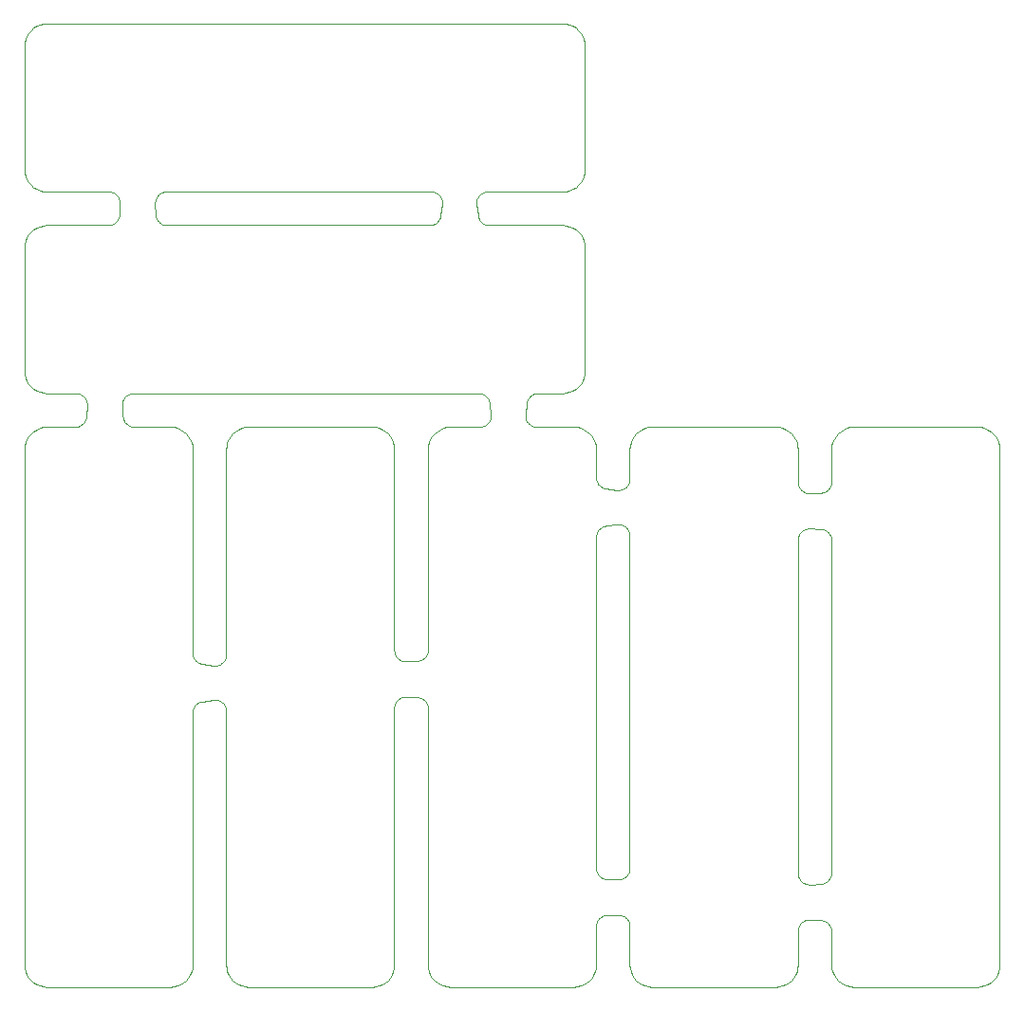
<source format=gko>
%MOIN*%
%OFA0B0*%
%FSLAX36Y36*%
%IPPOS*%
%LPD*%
%ADD10C,0*%
D10*
X002716535Y000399530D02*
X002716535Y000399530D01*
X002716535Y001571445D01*
X002716662Y001574601D01*
X002717041Y001577737D01*
X002717670Y001580832D01*
X002718546Y001583867D01*
X002719662Y001586821D01*
X002721011Y001589677D01*
X002722585Y001592416D01*
X002724373Y001595019D01*
X002726365Y001597471D01*
X002728546Y001599755D01*
X002730903Y001601858D01*
X002733422Y001603764D01*
X002736085Y001605462D01*
X002738876Y001606941D01*
X002741776Y001608192D01*
X002744767Y001609207D01*
X002747830Y001609978D01*
X002750945Y001610501D01*
X002754092Y001610773D01*
X002757250Y001610792D01*
X002796620Y001609446D01*
X002799637Y001609226D01*
X002802627Y001608776D01*
X002805574Y001608098D01*
X002808460Y001607195D01*
X002811269Y001606074D01*
X002813983Y001604740D01*
X002816587Y001603202D01*
X002819065Y001601469D01*
X002821402Y001599550D01*
X002823586Y001597458D01*
X002825602Y001595204D01*
X002827440Y001592802D01*
X002829087Y001590266D01*
X002830536Y001587612D01*
X002831776Y001584854D01*
X002832801Y001582009D01*
X002833604Y001579093D01*
X002834181Y001576125D01*
X002834529Y001573121D01*
X002834645Y001570099D01*
X002834645Y000402072D01*
X002834534Y000399109D01*
X002834199Y000396164D01*
X002833644Y000393252D01*
X002832872Y000390390D01*
X002831886Y000387594D01*
X002830693Y000384880D01*
X002829299Y000382264D01*
X002827712Y000379760D01*
X002825941Y000377382D01*
X002823997Y000375145D01*
X002821889Y000373060D01*
X002819631Y000371140D01*
X002817234Y000369395D01*
X002814713Y000367835D01*
X002812082Y000366469D01*
X002809355Y000365306D01*
X002806549Y000364350D01*
X002803679Y000363609D01*
X002800761Y000363086D01*
X002797812Y000362784D01*
X002758441Y000360242D01*
X002755224Y000360166D01*
X002752012Y000360353D01*
X002748825Y000360802D01*
X002745685Y000361510D01*
X002742614Y000362471D01*
X002739632Y000363680D01*
X002736759Y000365129D01*
X002734013Y000366808D01*
X002731414Y000368705D01*
X002728978Y000370808D01*
X002726722Y000373104D01*
X002724661Y000375575D01*
X002722809Y000378207D01*
X002721178Y000380981D01*
X002719779Y000383880D01*
X002718622Y000386882D01*
X002717713Y000389970D01*
X002717060Y000393121D01*
X002716666Y000396315D01*
X002716535Y000399530D01*
X000590551Y001889763D02*
X000590551Y001889763D01*
X000589580Y001902081D01*
X000586697Y001914095D01*
X000581968Y001925511D01*
X000575513Y001936046D01*
X000567488Y001945441D01*
X000558093Y001953466D01*
X000547558Y001959922D01*
X000536143Y001964650D01*
X000524128Y001967534D01*
X000511811Y001968503D01*
X000385029Y001968503D01*
X000382075Y001968614D01*
X000379138Y001968947D01*
X000376235Y001969498D01*
X000373381Y001970266D01*
X000370592Y001971246D01*
X000367885Y001972432D01*
X000365274Y001973818D01*
X000362775Y001975396D01*
X000360401Y001977157D01*
X000358167Y001979091D01*
X000356083Y001981187D01*
X000354163Y001983434D01*
X000352416Y001985819D01*
X000350853Y001988327D01*
X000349483Y001990946D01*
X000348314Y001993661D01*
X000347351Y001996455D01*
X000346600Y001999314D01*
X000346067Y002002221D01*
X000345752Y002005160D01*
X000343032Y002044530D01*
X000342942Y002047755D01*
X000343116Y002050978D01*
X000343553Y002054175D01*
X000344251Y002057326D01*
X000345205Y002060409D01*
X000346408Y002063403D01*
X000347852Y002066289D01*
X000349527Y002069047D01*
X000351423Y002071658D01*
X000353526Y002074106D01*
X000355823Y002076373D01*
X000358297Y002078444D01*
X000360933Y002080306D01*
X000363713Y002081945D01*
X000366617Y002083352D01*
X000369627Y002084515D01*
X000372722Y002085429D01*
X000375881Y002086086D01*
X000379084Y002086481D01*
X000382308Y002086614D01*
X001594356Y002086614D01*
X001597227Y002086509D01*
X001600083Y002086195D01*
X001602908Y002085673D01*
X001605688Y002084947D01*
X001608408Y002084021D01*
X001611053Y002082898D01*
X001613608Y002081585D01*
X001616061Y002080090D01*
X001618399Y002078419D01*
X001620609Y002076583D01*
X001622678Y002074590D01*
X001624597Y002072452D01*
X001626355Y002070179D01*
X001627943Y002067785D01*
X001629351Y002065280D01*
X001630574Y002062680D01*
X001631603Y002059998D01*
X001632434Y002057247D01*
X001633062Y002054444D01*
X001633484Y002051602D01*
X001637869Y002012232D01*
X001638097Y002008930D01*
X001638047Y002005621D01*
X001637719Y002002328D01*
X001637115Y001999074D01*
X001636241Y001995882D01*
X001635101Y001992775D01*
X001633704Y001989774D01*
X001632061Y001986902D01*
X001630182Y001984178D01*
X001628081Y001981621D01*
X001625772Y001979249D01*
X001623272Y001977080D01*
X001620599Y001975129D01*
X001617772Y001973409D01*
X001614810Y001971932D01*
X001611735Y001970709D01*
X001608568Y001969749D01*
X001605331Y001969059D01*
X001602048Y001968643D01*
X001598741Y001968503D01*
X001496062Y001968503D01*
X001483744Y001967534D01*
X001471730Y001964650D01*
X001460314Y001959922D01*
X001449780Y001953466D01*
X001440385Y001945441D01*
X001432360Y001936046D01*
X001425905Y001925511D01*
X001421176Y001914095D01*
X001418291Y001902081D01*
X001417322Y001889763D01*
X001417322Y001185285D01*
X001417208Y001182283D01*
X001416865Y001179299D01*
X001416295Y001176349D01*
X001415502Y001173451D01*
X001414490Y001170623D01*
X001413266Y001167879D01*
X001411836Y001165237D01*
X001410208Y001162712D01*
X001408393Y001160318D01*
X001406401Y001158070D01*
X001404243Y001155980D01*
X001401931Y001154060D01*
X001399481Y001152323D01*
X001396904Y001150777D01*
X001394218Y001149432D01*
X001391437Y001148296D01*
X001388577Y001147376D01*
X001385655Y001146676D01*
X001382689Y001146201D01*
X001379695Y001145954D01*
X001340325Y001144209D01*
X001337147Y001144197D01*
X001333978Y001144441D01*
X001330838Y001144940D01*
X001327750Y001145690D01*
X001324732Y001146687D01*
X001321804Y001147925D01*
X001318986Y001149394D01*
X001316295Y001151086D01*
X001313750Y001152990D01*
X001311366Y001155092D01*
X001309160Y001157380D01*
X001307146Y001159839D01*
X001305337Y001162452D01*
X001303744Y001165203D01*
X001302378Y001168073D01*
X001301248Y001171044D01*
X001300362Y001174096D01*
X001299724Y001177210D01*
X001299340Y001180365D01*
X001299212Y001183541D01*
X001299212Y001889763D01*
X001298242Y001902081D01*
X001295358Y001914095D01*
X001290629Y001925511D01*
X001284174Y001936046D01*
X001276149Y001945441D01*
X001266754Y001953466D01*
X001256219Y001959922D01*
X001244804Y001964650D01*
X001232790Y001967534D01*
X001220472Y001968503D01*
X000787401Y001968503D01*
X000775083Y001967534D01*
X000763069Y001964650D01*
X000751653Y001959922D01*
X000741118Y001953466D01*
X000731723Y001945441D01*
X000723699Y001936046D01*
X000717243Y001925511D01*
X000712515Y001914095D01*
X000709630Y001902081D01*
X000708661Y001889763D01*
X000708661Y001168805D01*
X000708518Y001165455D01*
X000708091Y001162129D01*
X000707382Y001158851D01*
X000706396Y001155645D01*
X000705142Y001152535D01*
X000703627Y001149543D01*
X000701863Y001146691D01*
X000699863Y001143999D01*
X000697641Y001141487D01*
X000695213Y001139174D01*
X000692597Y001137075D01*
X000689812Y001135207D01*
X000686879Y001133582D01*
X000683817Y001132213D01*
X000680650Y001131110D01*
X000677401Y001130280D01*
X000674093Y001129729D01*
X000670750Y001129462D01*
X000667397Y001129481D01*
X000664057Y001129785D01*
X000624687Y001135066D01*
X000621898Y001135542D01*
X000619151Y001136218D01*
X000616459Y001137089D01*
X000613837Y001138151D01*
X000611298Y001139399D01*
X000608855Y001140826D01*
X000606521Y001142425D01*
X000604308Y001144187D01*
X000602227Y001146103D01*
X000600289Y001148164D01*
X000598504Y001150359D01*
X000596881Y001152676D01*
X000595429Y001155104D01*
X000594155Y001157630D01*
X000593066Y001160241D01*
X000592166Y001162923D01*
X000591462Y001165663D01*
X000590957Y001168447D01*
X000590652Y001171259D01*
X000590551Y001174086D01*
X000590551Y001889763D01*
X002007874Y000213223D02*
X002007874Y000213223D01*
X002007994Y000216296D01*
X002008353Y000219349D01*
X002008950Y000222366D01*
X002009780Y000225326D01*
X002010839Y000228213D01*
X002012120Y000231009D01*
X002013615Y000233695D01*
X002015315Y000236257D01*
X002017210Y000238679D01*
X002019288Y000240945D01*
X002021537Y000243042D01*
X002023943Y000244957D01*
X002026490Y000246679D01*
X002029165Y000248197D01*
X002031949Y000249501D01*
X002034827Y000250584D01*
X002037781Y000251439D01*
X002040792Y000252061D01*
X002043843Y000252446D01*
X002046914Y000252592D01*
X002086284Y000252921D01*
X002089390Y000252825D01*
X002092479Y000252483D01*
X002095532Y000251899D01*
X002098529Y000251077D01*
X002101451Y000250020D01*
X002104281Y000248736D01*
X002107001Y000247233D01*
X002109595Y000245520D01*
X002112044Y000243607D01*
X002114336Y000241508D01*
X002116454Y000239234D01*
X002118387Y000236800D01*
X002120122Y000234222D01*
X002121648Y000231514D01*
X002122955Y000228695D01*
X002124036Y000225781D01*
X002124884Y000222792D01*
X002125494Y000219744D01*
X002125861Y000216658D01*
X002125984Y000213553D01*
X002125984Y000078740D01*
X002126953Y000066422D01*
X002129837Y000054408D01*
X002134566Y000042992D01*
X002141021Y000032457D01*
X002149046Y000023062D01*
X002158441Y000015038D01*
X002168976Y000008582D01*
X002180392Y000003854D01*
X002192406Y000000969D01*
X002204724Y000000000D01*
X002637795Y000000000D01*
X002650112Y000000969D01*
X002662127Y000003854D01*
X002673542Y000008582D01*
X002684077Y000015038D01*
X002693472Y000023062D01*
X002701497Y000032457D01*
X002707952Y000042992D01*
X002712681Y000054408D01*
X002715565Y000066422D01*
X002716535Y000078740D01*
X002716535Y000197562D01*
X002716666Y000200777D01*
X002717060Y000203971D01*
X002717713Y000207123D01*
X002718622Y000210210D01*
X002719779Y000213213D01*
X002721178Y000216111D01*
X002722809Y000218885D01*
X002724661Y000221517D01*
X002726722Y000223988D01*
X002728978Y000226284D01*
X002731414Y000228387D01*
X002734013Y000230284D01*
X002736759Y000231963D01*
X002739632Y000233412D01*
X002742614Y000234621D01*
X002745685Y000235583D01*
X002748825Y000236290D01*
X002752012Y000236739D01*
X002755224Y000236926D01*
X002758441Y000236850D01*
X002797812Y000234309D01*
X002800761Y000234006D01*
X002803679Y000233483D01*
X002806549Y000232742D01*
X002809355Y000231786D01*
X002812082Y000230623D01*
X002814713Y000229257D01*
X002817234Y000227698D01*
X002819631Y000225953D01*
X002821889Y000224032D01*
X002823997Y000221947D01*
X002825941Y000219710D01*
X002827712Y000217332D01*
X002829299Y000214828D01*
X002830693Y000212212D01*
X002831886Y000209498D01*
X002832872Y000206703D01*
X002833644Y000203840D01*
X002834199Y000200928D01*
X002834534Y000197983D01*
X002834645Y000195020D01*
X002834645Y000078740D01*
X002835614Y000066422D01*
X002838499Y000054408D01*
X002843227Y000042992D01*
X002849683Y000032457D01*
X002857708Y000023062D01*
X002867103Y000015038D01*
X002877637Y000008582D01*
X002889053Y000003854D01*
X002901067Y000000969D01*
X002913385Y000000000D01*
X003346456Y000000000D01*
X003358774Y000000969D01*
X003370789Y000003854D01*
X003382203Y000008582D01*
X003392738Y000015038D01*
X003402133Y000023062D01*
X003410159Y000032457D01*
X003416614Y000042992D01*
X003421343Y000054408D01*
X003424226Y000066422D01*
X003425196Y000078740D01*
X003425196Y001889763D01*
X003424226Y001902081D01*
X003421343Y001914095D01*
X003416614Y001925511D01*
X003410159Y001936046D01*
X003402133Y001945441D01*
X003392738Y001953466D01*
X003382203Y001959922D01*
X003370789Y001964650D01*
X003358774Y001967534D01*
X003346456Y001968503D01*
X002913385Y001968503D01*
X002901067Y001967534D01*
X002889053Y001964650D01*
X002877637Y001959922D01*
X002867103Y001953466D01*
X002857708Y001945441D01*
X002849683Y001936046D01*
X002843227Y001925511D01*
X002838499Y001914095D01*
X002835614Y001902081D01*
X002834645Y001889763D01*
X002834645Y001776000D01*
X002834529Y001772978D01*
X002834181Y001769974D01*
X002833604Y001767006D01*
X002832801Y001764090D01*
X002831776Y001761245D01*
X002830536Y001758487D01*
X002829087Y001755832D01*
X002827440Y001753297D01*
X002825602Y001750895D01*
X002823586Y001748641D01*
X002821402Y001746549D01*
X002819065Y001744630D01*
X002816587Y001742897D01*
X002813983Y001741359D01*
X002811269Y001740025D01*
X002808460Y001738904D01*
X002805574Y001738001D01*
X002802627Y001737323D01*
X002799637Y001736872D01*
X002796620Y001736653D01*
X002757250Y001735307D01*
X002754092Y001735326D01*
X002750945Y001735598D01*
X002747830Y001736121D01*
X002744767Y001736892D01*
X002741776Y001737906D01*
X002738876Y001739157D01*
X002736085Y001740637D01*
X002733422Y001742335D01*
X002730903Y001744241D01*
X002728546Y001746343D01*
X002726365Y001748628D01*
X002724373Y001751079D01*
X002722585Y001753683D01*
X002721011Y001756422D01*
X002719662Y001759277D01*
X002718546Y001762232D01*
X002717670Y001765267D01*
X002717041Y001768362D01*
X002716662Y001771498D01*
X002716535Y001774654D01*
X002716535Y001889763D01*
X002715565Y001902081D01*
X002712681Y001914095D01*
X002707952Y001925511D01*
X002701497Y001936046D01*
X002693472Y001945441D01*
X002684077Y001953466D01*
X002673542Y001959922D01*
X002662127Y001964650D01*
X002650112Y001967534D01*
X002637795Y001968503D01*
X002204724Y001968503D01*
X002192406Y001967534D01*
X002180392Y001964650D01*
X002168976Y001959922D01*
X002158441Y001953466D01*
X002149046Y001945441D01*
X002141021Y001936046D01*
X002134566Y001925511D01*
X002129837Y001914095D01*
X002126953Y001902081D01*
X002125984Y001889763D01*
X002125984Y001785625D01*
X002125843Y001782294D01*
X002125420Y001778987D01*
X002124719Y001775727D01*
X002123745Y001772539D01*
X002122505Y001769444D01*
X002121007Y001766465D01*
X002119263Y001763624D01*
X002117285Y001760941D01*
X002115086Y001758434D01*
X002112684Y001756123D01*
X002110094Y001754023D01*
X002107336Y001752150D01*
X002104430Y001750516D01*
X002101396Y001749135D01*
X002098255Y001748015D01*
X002095032Y001747165D01*
X002091747Y001746591D01*
X002088426Y001746296D01*
X002085093Y001746284D01*
X002081770Y001746554D01*
X002042399Y001751435D01*
X002039587Y001751888D01*
X002036815Y001752542D01*
X002034097Y001753396D01*
X002031448Y001754444D01*
X002028881Y001755680D01*
X002026411Y001757099D01*
X002024050Y001758693D01*
X002021811Y001760453D01*
X002019704Y001762371D01*
X002017742Y001764436D01*
X002015934Y001766637D01*
X002014290Y001768964D01*
X002012819Y001771403D01*
X002011527Y001773942D01*
X002010423Y001776568D01*
X002009512Y001779267D01*
X002008798Y001782025D01*
X002008285Y001784827D01*
X002007977Y001787659D01*
X002007874Y001790506D01*
X002007874Y001889763D01*
X002006903Y001902081D01*
X002004020Y001914095D01*
X001999291Y001925511D01*
X001992836Y001936046D01*
X001984811Y001945441D01*
X001975416Y001953466D01*
X001964880Y001959922D01*
X001953466Y001964650D01*
X001941451Y001967534D01*
X001929133Y001968503D01*
X001798741Y001968503D01*
X001795434Y001968643D01*
X001792151Y001969059D01*
X001788915Y001969749D01*
X001785747Y001970709D01*
X001782672Y001971932D01*
X001779710Y001973409D01*
X001776883Y001975129D01*
X001774210Y001977080D01*
X001771710Y001979249D01*
X001769402Y001981621D01*
X001767300Y001984178D01*
X001765421Y001986902D01*
X001763778Y001989774D01*
X001762381Y001992775D01*
X001761242Y001995882D01*
X001760367Y001999074D01*
X001759763Y002002328D01*
X001759435Y002005621D01*
X001759385Y002008930D01*
X001759613Y002012232D01*
X001763998Y002051602D01*
X001764420Y002054444D01*
X001765048Y002057247D01*
X001765879Y002059998D01*
X001766909Y002062680D01*
X001768131Y002065280D01*
X001769539Y002067785D01*
X001771127Y002070179D01*
X001772885Y002072452D01*
X001774804Y002074590D01*
X001776874Y002076583D01*
X001779083Y002078419D01*
X001781421Y002080090D01*
X001783874Y002081585D01*
X001786430Y002082898D01*
X001789074Y002084021D01*
X001791794Y002084947D01*
X001794574Y002085673D01*
X001797399Y002086195D01*
X001800255Y002086509D01*
X001803126Y002086614D01*
X001889763Y002086614D01*
X001902081Y002087583D01*
X001914095Y002090467D01*
X001925511Y002095196D01*
X001936045Y002101651D01*
X001945441Y002109676D01*
X001953465Y002119071D01*
X001959921Y002129606D01*
X001964649Y002141021D01*
X001967534Y002153036D01*
X001968503Y002165354D01*
X001968503Y002598425D01*
X001967534Y002610742D01*
X001964649Y002622757D01*
X001959921Y002634172D01*
X001953465Y002644707D01*
X001945441Y002654102D01*
X001936045Y002662127D01*
X001925511Y002668582D01*
X001914095Y002673311D01*
X001902081Y002676195D01*
X001889763Y002677165D01*
X001632217Y002677165D01*
X001629386Y002677267D01*
X001626569Y002677572D01*
X001623782Y002678079D01*
X001621038Y002678785D01*
X001618352Y002679687D01*
X001615738Y002680779D01*
X001613210Y002682057D01*
X001610780Y002683513D01*
X001608460Y002685140D01*
X001606264Y002686930D01*
X001604202Y002688873D01*
X001602286Y002690959D01*
X001600524Y002693178D01*
X001598926Y002695518D01*
X001597501Y002697966D01*
X001596256Y002700511D01*
X001595196Y002703139D01*
X001594329Y002705836D01*
X001593657Y002708588D01*
X001593186Y002711381D01*
X001587988Y002750752D01*
X001587691Y002754088D01*
X001587679Y002757437D01*
X001587951Y002760776D01*
X001588507Y002764079D01*
X001589341Y002767323D01*
X001590448Y002770484D01*
X001591819Y002773540D01*
X001593446Y002776468D01*
X001595315Y002779248D01*
X001597414Y002781858D01*
X001599727Y002784280D01*
X001602238Y002786498D01*
X001604928Y002788493D01*
X001607778Y002790253D01*
X001610767Y002791764D01*
X001613874Y002793016D01*
X001617076Y002793999D01*
X001620350Y002794706D01*
X001623672Y002795133D01*
X001627019Y002795275D01*
X001889763Y002795275D01*
X001902081Y002796244D01*
X001914095Y002799129D01*
X001925511Y002803857D01*
X001936045Y002810313D01*
X001945441Y002818337D01*
X001953465Y002827732D01*
X001959921Y002838267D01*
X001964649Y002849683D01*
X001967534Y002861697D01*
X001968503Y002874015D01*
X001968503Y003307086D01*
X001967534Y003319404D01*
X001964649Y003331418D01*
X001959921Y003342833D01*
X001953465Y003353368D01*
X001945441Y003362763D01*
X001936045Y003370789D01*
X001925511Y003377244D01*
X001914095Y003381973D01*
X001902081Y003384856D01*
X001889763Y003385826D01*
X000078740Y003385826D01*
X000066422Y003384856D01*
X000054407Y003381973D01*
X000042992Y003377244D01*
X000032457Y003370789D01*
X000023062Y003362763D01*
X000015037Y003353368D01*
X000008581Y003342833D01*
X000003853Y003331418D01*
X000000969Y003319404D01*
X000000000Y003307086D01*
X000000000Y002874015D01*
X000000969Y002861697D01*
X000003853Y002849683D01*
X000008581Y002838267D01*
X000015037Y002827732D01*
X000023062Y002818337D01*
X000032457Y002810313D01*
X000042992Y002803857D01*
X000054407Y002799129D01*
X000066422Y002796244D01*
X000078740Y002795275D01*
X000295476Y002795275D01*
X000298636Y002795148D01*
X000301777Y002794768D01*
X000304876Y002794136D01*
X000307915Y002793258D01*
X000310874Y002792139D01*
X000313733Y002790786D01*
X000316475Y002789207D01*
X000319081Y002787414D01*
X000321534Y002785417D01*
X000323819Y002783230D01*
X000325922Y002780866D01*
X000327827Y002778341D01*
X000329524Y002775671D01*
X000331001Y002772874D01*
X000332249Y002769967D01*
X000333259Y002766969D01*
X000334025Y002763900D01*
X000334543Y002760779D01*
X000334808Y002757627D01*
X000334819Y002754464D01*
X000333377Y002715094D01*
X000333151Y002712083D01*
X000332695Y002709098D01*
X000332011Y002706157D01*
X000331104Y002703277D01*
X000329979Y002700476D01*
X000328643Y002697768D01*
X000327103Y002695171D01*
X000325368Y002692700D01*
X000323450Y002690368D01*
X000321358Y002688191D01*
X000319105Y002686180D01*
X000316705Y002684348D01*
X000314172Y002682706D01*
X000311520Y002681262D01*
X000308766Y002680025D01*
X000305925Y002679004D01*
X000303014Y002678203D01*
X000300050Y002677627D01*
X000297050Y002677281D01*
X000294033Y002677165D01*
X000078740Y002677165D01*
X000066422Y002676195D01*
X000054407Y002673311D01*
X000042992Y002668582D01*
X000032457Y002662127D01*
X000023062Y002654102D01*
X000015037Y002644707D01*
X000008581Y002634172D01*
X000003853Y002622757D01*
X000000969Y002610742D01*
X000000000Y002598425D01*
X000000000Y002165354D01*
X000000969Y002153036D01*
X000003853Y002141021D01*
X000008581Y002129606D01*
X000015037Y002119071D01*
X000023062Y002109676D01*
X000032457Y002101651D01*
X000042992Y002095196D01*
X000054407Y002090467D01*
X000066422Y002087583D01*
X000078740Y002086614D01*
X000180528Y002086614D01*
X000183752Y002086481D01*
X000186955Y002086086D01*
X000190115Y002085429D01*
X000193210Y002084515D01*
X000196219Y002083352D01*
X000199124Y002081945D01*
X000201903Y002080306D01*
X000204539Y002078444D01*
X000207014Y002076373D01*
X000209311Y002074106D01*
X000211414Y002071658D01*
X000213310Y002069047D01*
X000214985Y002066289D01*
X000216429Y002063403D01*
X000217632Y002060409D01*
X000218585Y002057326D01*
X000219283Y002054175D01*
X000219721Y002050978D01*
X000219895Y002047755D01*
X000219805Y002044530D01*
X000217084Y002005160D01*
X000216770Y002002221D01*
X000216236Y001999314D01*
X000215486Y001996455D01*
X000214523Y001993661D01*
X000213353Y001990946D01*
X000211983Y001988327D01*
X000210420Y001985819D01*
X000208674Y001983434D01*
X000206754Y001981187D01*
X000204670Y001979091D01*
X000202435Y001977157D01*
X000200061Y001975396D01*
X000197562Y001973818D01*
X000194952Y001972432D01*
X000192245Y001971246D01*
X000189456Y001970266D01*
X000186602Y001969498D01*
X000183698Y001968947D01*
X000180761Y001968614D01*
X000177808Y001968503D01*
X000078740Y001968503D01*
X000066421Y001967534D01*
X000054407Y001964650D01*
X000042991Y001959922D01*
X000032457Y001953466D01*
X000023062Y001945441D01*
X000015037Y001936046D01*
X000008582Y001925511D01*
X000003853Y001914095D01*
X000000968Y001902081D01*
X000000000Y001889763D01*
X000000000Y000078740D01*
X000000968Y000066422D01*
X000003853Y000054408D01*
X000008582Y000042992D01*
X000015037Y000032457D01*
X000023062Y000023062D01*
X000032457Y000015038D01*
X000042991Y000008582D01*
X000054407Y000003854D01*
X000066421Y000000969D01*
X000078740Y000000000D01*
X000511811Y000000000D01*
X000524128Y000000969D01*
X000536143Y000003854D01*
X000547558Y000008582D01*
X000558093Y000015038D01*
X000567488Y000023062D01*
X000575513Y000032457D01*
X000581968Y000042992D01*
X000586697Y000054408D01*
X000589580Y000066422D01*
X000590551Y000078740D01*
X000590551Y000964505D01*
X000590652Y000967332D01*
X000590957Y000970145D01*
X000591462Y000972928D01*
X000592166Y000975668D01*
X000593066Y000978350D01*
X000594155Y000980961D01*
X000595429Y000983487D01*
X000596881Y000985915D01*
X000598504Y000988232D01*
X000600289Y000990427D01*
X000602227Y000992488D01*
X000604308Y000994405D01*
X000606521Y000996167D01*
X000608855Y000997765D01*
X000611298Y000999192D01*
X000613837Y001000440D01*
X000616459Y001001502D01*
X000619151Y001002373D01*
X000621898Y001003049D01*
X000624687Y001003525D01*
X000664057Y001008806D01*
X000667397Y001009110D01*
X000670750Y001009129D01*
X000674093Y001008862D01*
X000677401Y001008311D01*
X000680650Y001007481D01*
X000683817Y001006378D01*
X000686879Y001005009D01*
X000689812Y001003384D01*
X000692597Y001001516D01*
X000695213Y000999417D01*
X000697641Y000997104D01*
X000699863Y000994592D01*
X000701863Y000991900D01*
X000703627Y000989048D01*
X000705142Y000986056D01*
X000706396Y000982946D01*
X000707382Y000979740D01*
X000708091Y000976463D01*
X000708518Y000973136D01*
X000708661Y000969786D01*
X000708661Y000078740D01*
X000709630Y000066422D01*
X000712515Y000054408D01*
X000717243Y000042992D01*
X000723699Y000032457D01*
X000731723Y000023062D01*
X000741118Y000015038D01*
X000751653Y000008582D01*
X000763069Y000003854D01*
X000775083Y000000969D01*
X000787401Y000000000D01*
X001220472Y000000000D01*
X001232790Y000000969D01*
X001244804Y000003854D01*
X001256219Y000008582D01*
X001266754Y000015038D01*
X001276149Y000023062D01*
X001284174Y000032457D01*
X001290629Y000042992D01*
X001295358Y000054408D01*
X001298242Y000066422D01*
X001299212Y000078740D01*
X001299212Y000980742D01*
X001299340Y000983918D01*
X001299724Y000987073D01*
X001300362Y000990187D01*
X001301248Y000993239D01*
X001302378Y000996210D01*
X001303744Y000999080D01*
X001305337Y001001831D01*
X001307146Y001004444D01*
X001309160Y001006902D01*
X001311366Y001009190D01*
X001313750Y001011293D01*
X001316295Y001013197D01*
X001318986Y001014889D01*
X001321804Y001016358D01*
X001324732Y001017595D01*
X001327750Y001018593D01*
X001330838Y001019343D01*
X001333978Y001019842D01*
X001337147Y001020086D01*
X001340325Y001020074D01*
X001379695Y001018329D01*
X001382689Y001018082D01*
X001385655Y001017607D01*
X001388577Y001016907D01*
X001391437Y001015986D01*
X001394218Y001014850D01*
X001396904Y001013506D01*
X001399481Y001011960D01*
X001401931Y001010223D01*
X001404243Y001008303D01*
X001406401Y001006213D01*
X001408393Y001003965D01*
X001410208Y001001571D01*
X001411836Y000999046D01*
X001413266Y000996404D01*
X001414490Y000993660D01*
X001415502Y000990832D01*
X001416295Y000987934D01*
X001416865Y000984984D01*
X001417208Y000982000D01*
X001417322Y000978998D01*
X001417322Y000078740D01*
X001418291Y000066422D01*
X001421176Y000054408D01*
X001425905Y000042992D01*
X001432360Y000032457D01*
X001440385Y000023062D01*
X001449780Y000015038D01*
X001460314Y000008582D01*
X001471730Y000003854D01*
X001483744Y000000969D01*
X001496062Y000000000D01*
X001929133Y000000000D01*
X001941451Y000000969D01*
X001953466Y000003854D01*
X001964880Y000008582D01*
X001975416Y000015038D01*
X001984811Y000023062D01*
X001992836Y000032457D01*
X001999291Y000042992D01*
X002004020Y000054408D01*
X002006903Y000066422D01*
X002007874Y000078740D01*
X002007874Y000213223D01*
X002007874Y001581284D02*
X002007874Y001581284D01*
X002007977Y001584131D01*
X002008285Y001586963D01*
X002008798Y001589765D01*
X002009512Y001592523D01*
X002010423Y001595222D01*
X002011527Y001597848D01*
X002012819Y001600387D01*
X002014290Y001602827D01*
X002015934Y001605153D01*
X002017742Y001607354D01*
X002019704Y001609419D01*
X002021811Y001611337D01*
X002024050Y001613098D01*
X002026411Y001614691D01*
X002028881Y001616110D01*
X002031448Y001617347D01*
X002034097Y001618395D01*
X002036815Y001619248D01*
X002039587Y001619903D01*
X002042399Y001620355D01*
X002081770Y001625237D01*
X002085093Y001625506D01*
X002088426Y001625494D01*
X002091747Y001625200D01*
X002095032Y001624625D01*
X002098255Y001623775D01*
X002101396Y001622655D01*
X002104430Y001621274D01*
X002107336Y001619641D01*
X002110094Y001617767D01*
X002112684Y001615668D01*
X002115086Y001613356D01*
X002117285Y001610850D01*
X002119263Y001608166D01*
X002121007Y001605325D01*
X002122505Y001602346D01*
X002123745Y001599252D01*
X002124719Y001596063D01*
X002125420Y001592804D01*
X002125843Y001589497D01*
X002125984Y001586166D01*
X002125984Y000417795D01*
X002125861Y000414690D01*
X002125494Y000411604D01*
X002124884Y000408556D01*
X002124036Y000405566D01*
X002122955Y000402653D01*
X002121648Y000399833D01*
X002120122Y000397126D01*
X002118387Y000394547D01*
X002116454Y000392113D01*
X002114336Y000389840D01*
X002112044Y000387740D01*
X002109595Y000385828D01*
X002107001Y000384115D01*
X002104281Y000382612D01*
X002101451Y000381328D01*
X002098529Y000380271D01*
X002095532Y000379448D01*
X002092479Y000378864D01*
X002089390Y000378523D01*
X002086284Y000378426D01*
X002046914Y000378756D01*
X002043843Y000378902D01*
X002040792Y000379287D01*
X002037781Y000379909D01*
X002034827Y000380764D01*
X002031949Y000381847D01*
X002029165Y000383151D01*
X002026490Y000384669D01*
X002023943Y000386390D01*
X002021537Y000388305D01*
X002019288Y000390403D01*
X002017210Y000392669D01*
X002015315Y000395090D01*
X002013615Y000397652D01*
X002012120Y000400339D01*
X002010839Y000403134D01*
X002009780Y000406021D01*
X002008950Y000408982D01*
X002008353Y000411998D01*
X002007994Y000415052D01*
X002007874Y000418125D01*
X002007874Y001581284D01*
X000500028Y002677165D02*
X000500028Y002677165D01*
X000497011Y002677281D01*
X000494012Y002677627D01*
X000491048Y002678203D01*
X000488137Y002679004D01*
X000485295Y002680025D01*
X000482541Y002681262D01*
X000479889Y002682706D01*
X000477356Y002684348D01*
X000474956Y002686180D01*
X000472704Y002688191D01*
X000470612Y002690368D01*
X000468693Y002692700D01*
X000466959Y002695171D01*
X000465419Y002697768D01*
X000464082Y002700476D01*
X000462957Y002703277D01*
X000462050Y002706157D01*
X000461367Y002709098D01*
X000460911Y002712083D01*
X000460684Y002715094D01*
X000459242Y002754464D01*
X000459253Y002757627D01*
X000459519Y002760779D01*
X000460036Y002763900D01*
X000460802Y002766969D01*
X000461813Y002769967D01*
X000463060Y002772874D01*
X000464537Y002775671D01*
X000466234Y002778341D01*
X000468140Y002780866D01*
X000470242Y002783230D01*
X000472527Y002785417D01*
X000474981Y002787414D01*
X000477587Y002789207D01*
X000480328Y002790786D01*
X000483187Y002792139D01*
X000486146Y002793258D01*
X000489185Y002794136D01*
X000492285Y002794768D01*
X000495425Y002795148D01*
X000498586Y002795275D01*
X001427908Y002795275D01*
X001431254Y002795133D01*
X001434577Y002794706D01*
X001437851Y002793999D01*
X001441053Y002793016D01*
X001444160Y002791764D01*
X001447149Y002790253D01*
X001449999Y002788493D01*
X001452689Y002786498D01*
X001455200Y002784280D01*
X001457513Y002781858D01*
X001459612Y002779248D01*
X001461481Y002776468D01*
X001463108Y002773540D01*
X001464479Y002770484D01*
X001465586Y002767323D01*
X001466420Y002764079D01*
X001466976Y002760776D01*
X001467248Y002757437D01*
X001467236Y002754088D01*
X001466939Y002750752D01*
X001461741Y002711381D01*
X001461269Y002708588D01*
X001460598Y002705836D01*
X001459731Y002703139D01*
X001458671Y002700511D01*
X001457426Y002697966D01*
X001456001Y002695518D01*
X001454403Y002693178D01*
X001452641Y002690959D01*
X001450725Y002688873D01*
X001448663Y002686930D01*
X001446467Y002685140D01*
X001444147Y002683513D01*
X001441717Y002682057D01*
X001439188Y002680779D01*
X001436574Y002679687D01*
X001433889Y002678785D01*
X001431145Y002678079D01*
X001428358Y002677572D01*
X001425541Y002677267D01*
X001422710Y002677165D01*
X000500028Y002677165D01*
M02*
</source>
